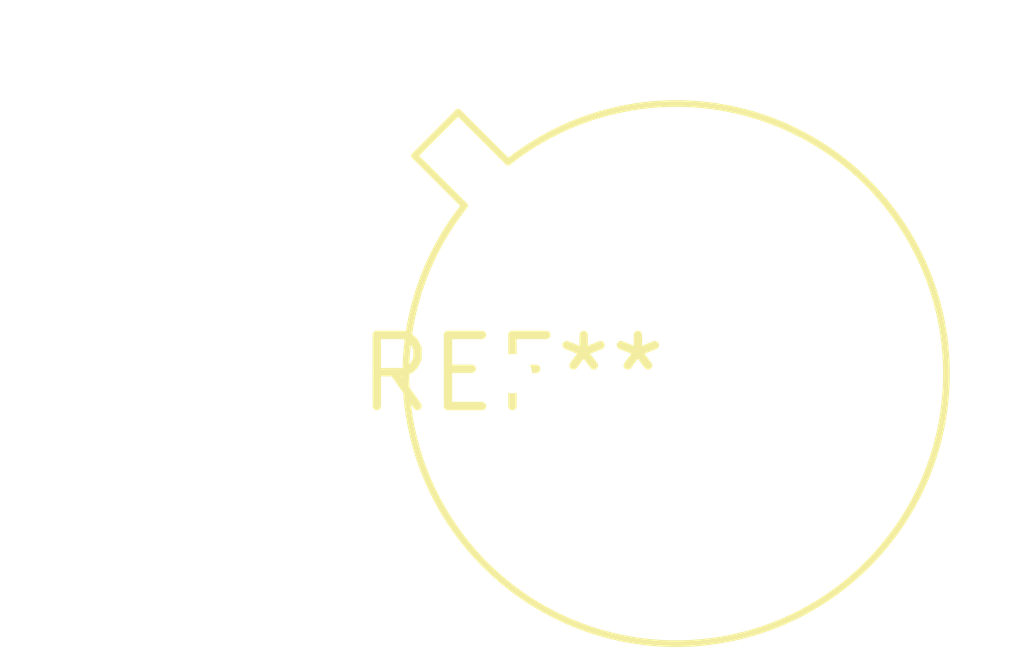
<source format=kicad_pcb>
(kicad_pcb (version 20240108) (generator pcbnew)
  (layers (0 "F.Cu" signal) (31 "B.Cu" signal) (34 "B.Paste" user) (35 "F.Paste" user) (36 "B.SilkS" user "B.Silkscreen") (37 "F.SilkS" user "F.Silkscreen") (38 "B.Mask" user) (39 "F.Mask" user) (44 "Edge.Cuts" user))
  (net 0 "")
  (footprint "TO-39-10_Window" (layer "F.Cu") (at 0 0)
    (property "Reference" "REF**")
    (property "Value" "TO-39-10_Window")
    (fp_line (start -1.745856 -3.888039) (end -0.854902 -2.997084) (layer "F.SilkS") (stroke (width 0.12)))
    (fp_line (start -0.968039 -4.665856) (end -1.745856 -3.888039) (layer "F.SilkS") (stroke (width 0.12)))
    (fp_line (start -0.077084 -3.774902) (end -0.968039 -4.665856) (layer "F.SilkS") (stroke (width 0.12)))
    (fp_arc (start -0.077084 -3.774902) (mid 6.328125 3.408384) (end -0.854674 -2.997371) (layer "F.SilkS") (stroke (width 0.12)))
    (pad "1" thru_hole oval (at 0 0) (size 1.6 1.2) (drill 0.7) (layers *.Cu *.Mask) (remove_unused_layers))
    (pad "2" thru_hole oval (at 0.55767 1.716333) (size 1.2 1.2) (drill 0.7) (layers *.Cu *.Mask) (remove_unused_layers))
    (pad "3" thru_hole oval (at 2.01767 2.777085) (size 1.2 1.2) (drill 0.7) (layers *.Cu *.Mask) (remove_unused_layers))
    (pad "4" thru_hole oval (at 3.82233 2.777085) (size 1.2 1.2) (drill 0.7) (layers *.Cu *.Mask) (remove_unused_layers))
    (pad "5" thru_hole oval (at 5.28233 1.716333) (size 1.2 1.2) (drill 0.7) (layers *.Cu *.Mask) (remove_unused_layers))
    (pad "6" thru_hole oval (at 5.84 0) (size 1.2 1.2) (drill 0.7) (layers *.Cu *.Mask) (remove_unused_layers))
    (pad "7" thru_hole oval (at 5.28233 -1.716333) (size 1.2 1.2) (drill 0.7) (layers *.Cu *.Mask) (remove_unused_layers))
    (pad "8" thru_hole oval (at 3.82233 -2.777085) (size 1.2 1.2) (drill 0.7) (layers *.Cu *.Mask) (remove_unused_layers))
    (pad "9" thru_hole oval (at 2.01767 -2.777085) (size 1.2 1.2) (drill 0.7) (layers *.Cu *.Mask) (remove_unused_layers))
    (pad "10" thru_hole oval (at 0.55767 -1.716333) (size 1.2 1.2) (drill 0.7) (layers *.Cu *.Mask) (remove_unused_layers))
  )
)
</source>
